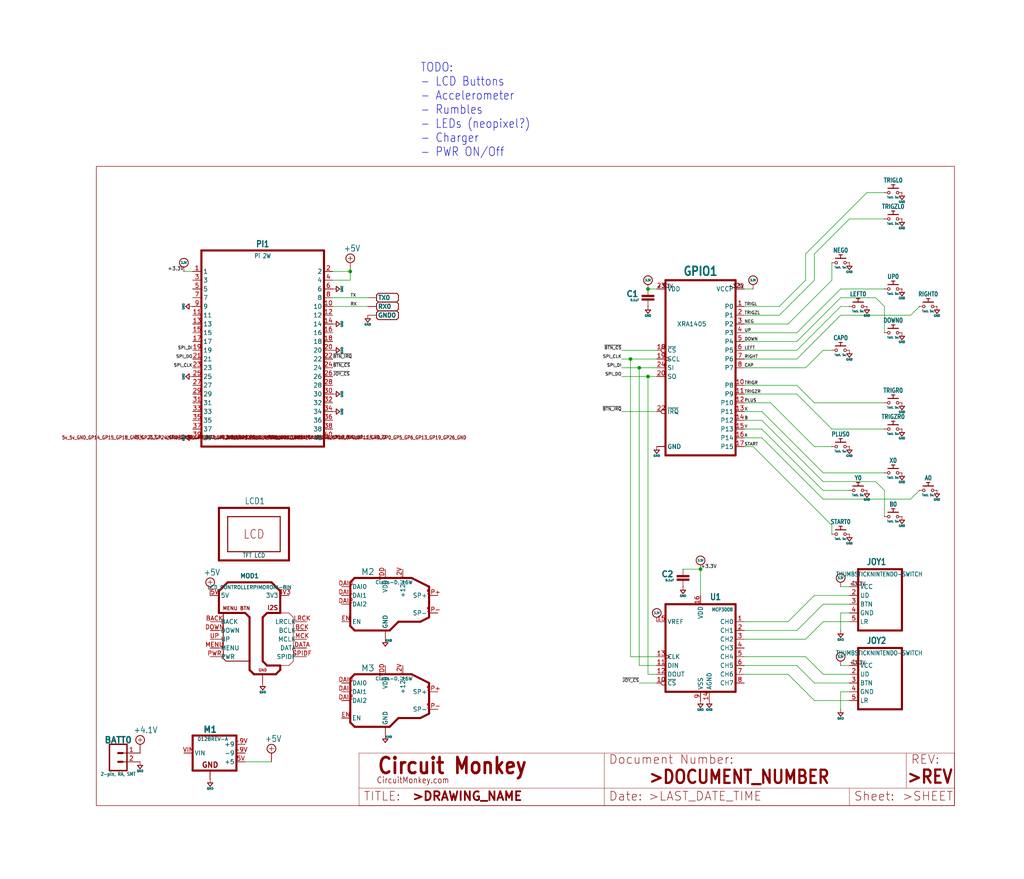
<source format=kicad_sch>
(kicad_sch (version 20211123) (generator eeschema)
  (paper "User" 297.028 254.94)
  (lib_symbols
    (symbol "umami-blade-eagle-import:+4.1V" (power)
      (property "Value" "+4.1V" (at -1.905 3.175 0))
      (symbol "+4.1V_1_0"
        (pin power_in line (at 0 -2.54 90) (length 2.54) (name "+4.1V") (number "1"))
      )
    )
    (symbol "umami-blade-eagle-import:+5V" (power)
      (property "Value" "+5V" (at -1.905 3.175 0))
      (symbol "+5V_1_0"
        (pin power_in line (at 0 -2.54 90) (length 2.54) (name "+5V") (number "1"))
      )
    )
    (symbol "umami-blade-eagle-import:0123REV-A"
      (property "Reference" "M" (at -3.048 8.382 0))
      (property "Value" "0123REV-A" (at 2.54 6.35 0))
      (symbol "0123REV-A_1_0"
        (pin bidirectional line (at 5.08 10.16 270) (length 2.54) (name "+12V") (number "12V"))
        (pin bidirectional line (at -12.7 5.08 0) (length 2.54) (name "DAI0") (number "DAI0"))
        (pin bidirectional line (at -12.7 2.54 0) (length 2.54) (name "DAI1") (number "DAI1"))
        (pin bidirectional line (at -12.7 0 0) (length 2.54) (name "DAI2") (number "DAI2"))
        (pin bidirectional line (at -12.7 -5.08 0) (length 2.54) (name "EN") (number "EN"))
        (pin bidirectional line (at 0 -10.16 90) (length 2.54) (name "GND") (number "GND"))
        (pin bidirectional line (at 0 -10.16 90) (length 2.54) (name "GND") (number "GND2"))
        (pin bidirectional line (at 15.24 2.54 180) (length 2.54) (name "SP+") (number "SP+"))
        (pin bidirectional line (at 15.24 -2.54 180) (length 2.54) (name "SP-") (number "SP-"))
        (pin bidirectional line (at 0 10.16 270) (length 2.54) (name "VDD") (number "VDD"))
      )
    )
    (symbol "umami-blade-eagle-import:0128REV-A"
      (property "Reference" "M" (at 0 9.398 0))
      (property "Value" "0128REV-A" (at 0.762 6.604 0))
      (symbol "0128REV-A_1_0"
        (text "GND" (at 0 -1.778 0) (effects (font (size 1.524 1.524) (thickness 0.3048) bold) (justify bottom)))
        (pin bidirectional line (at 10.16 5.08 180) (length 2.54) (name "+9") (number "+9V"))
        (pin bidirectional line (at 10.16 2.54 180) (length 2.54) (name "-9") (number "-9V"))
        (pin bidirectional line (at 10.16 0 180) (length 2.54) (name "+5") (number "5V"))
        (pin bidirectional line (at 0 -5.08 90) (length 2.54) (name "GND") (number "GNDI"))
        (pin bidirectional line (at 0 -5.08 90) (length 2.54) (name "GND") (number "GNDO"))
        (pin bidirectional line (at -7.62 2.54 0) (length 2.54) (name "VIN") (number "VIN"))
      )
    )
    (symbol "umami-blade-eagle-import:02PRA-SMT"
      (property "Reference" "J" (at 1.27 3.81 0))
      (property "Value" "02PRA-SMT" (at 1.27 -6.096 0))
      (symbol "02PRA-SMT_1_0"
        (pin passive line (at 7.62 0 180) (length 5.08) (name "1") (number "1"))
        (pin passive line (at 7.62 -2.54 180) (length 5.08) (name "2") (number "2"))
      )
    )
    (symbol "umami-blade-eagle-import:3.3V" (power)
      (property "Value" "3.3V" (at 0 2.54 0))
      (symbol "3.3V_1_0"
        (pin power_in line (at 0 0 90) (length 0) (name "+3.3V") (number "1"))
      )
    )
    (symbol "umami-blade-eagle-import:CAPACITOR0603"
      (property "Reference" "C" (at 2.54 0 0))
      (property "Value" "CAPACITOR0603" (at 2.54 -1.016 0))
      (symbol "CAPACITOR0603_1_0"
        (pin passive line (at 0 2.54 0) (length 0) (name "1") (number "1"))
        (pin passive line (at 0 -2.54 0) (length 0) (name "2") (number "2"))
      )
    )
    (symbol "umami-blade-eagle-import:GND" (power)
      (property "Value" "GND" (at 0 -2.667 0))
      (symbol "GND_1_0"
        (pin power_in line (at 0 0 270) (length 0) (name "GND") (number "1"))
      )
    )
    (symbol "umami-blade-eagle-import:LCD_CONTROLLERPIMORONI-8IN"
      (property "Reference" "MOD" (at -1.27 7.366 0))
      (property "Value" "LCD_CONTROLLERPIMORONI-8IN" (at -1.27 4.318 0))
      (symbol "LCD_CONTROLLERPIMORONI-8IN_1_0"
        (text "GND" (at 2.54 -19.558 0) (effects (font (size 0.762 0.762) (thickness 0.1524) bold) (justify bottom)))
        (text "I2S" (at 7.112 -1.778 0) (effects (font (size 1.27 1.27) (thickness 0.254) bold) (justify right bottom)))
        (text "MENU BTN" (at -5.08 -1.778 0) (effects (font (size 1.016 1.016) (thickness 0.2032) bold) (justify bottom)))
        (pin output line (at 10.16 2.54 180) (length 2.54) (name "3V3") (number "3V3"))
        (pin power_in line (at -12.7 2.54 0) (length 2.54) (name "5V") (number "5V"))
        (pin input line (at -12.7 -5.08 0) (length 2.54) (name "BACK") (number "BACK"))
        (pin output line (at 15.24 -7.62 180) (length 2.54) (name "BCLK") (number "BCK"))
        (pin output line (at 15.24 -12.7 180) (length 2.54) (name "DATA") (number "DATA"))
        (pin input line (at -12.7 -7.62 0) (length 2.54) (name "DOWN") (number "DOWN"))
        (pin bidirectional line (at 2.54 -22.86 90) (length 2.54) (name "GND") (number "GND@I2S"))
        (pin bidirectional line (at 2.54 -22.86 90) (length 2.54) (name "GND") (number "GND@MENU"))
        (pin output line (at 15.24 -5.08 180) (length 2.54) (name "LRCLK") (number "LRCK"))
        (pin output line (at 15.24 -10.16 180) (length 2.54) (name "MCLK") (number "MCK"))
        (pin input line (at -12.7 -12.7 0) (length 2.54) (name "MENU") (number "MENU"))
        (pin input line (at -12.7 -15.24 0) (length 2.54) (name "PWR") (number "PWR"))
        (pin output line (at 15.24 -15.24 180) (length 2.54) (name "SPIDF") (number "SPIDF"))
        (pin input line (at -12.7 -10.16 0) (length 2.54) (name "UP") (number "UP"))
      )
    )
    (symbol "umami-blade-eagle-import:LCD_MOCKUPPIM372"
      (property "Reference" "LCD" (at 0.254 8.636 0))
      (property "Value" "LCD_MOCKUPPIM372" (at 0 -6.858 0))
      (symbol "LCD_MOCKUPPIM372_1_0"
        (text "LCD" (at 0 0 0) (effects (font (size 2.54 2.159))))
      )
    )
    (symbol "umami-blade-eagle-import:LETTER_L-CIRCUITMONKEY"
      (symbol "LETTER_L-CIRCUITMONKEY_2_0"
        (text ">DOCUMENT_NUMBER" (at 12.7 6.096 0) (effects (font (size 3.81 3.2385) (thickness 0.6477) bold) (justify left bottom)))
        (text ">DRAWING_NAME" (at -55.88 1.27 0) (effects (font (size 2.54 2.54) (thickness 0.508) bold) (justify left bottom)))
        (text ">LAST_DATE_TIME" (at 12.7 1.27 0) (effects (font (size 2.54 2.54)) (justify left bottom)))
        (text ">REV" (at 94.488 8.382 0) (effects (font (size 3.81 3.2385) (thickness 0.6477) bold)))
        (text ">SHEET" (at 86.36 1.27 0) (effects (font (size 2.54 2.54)) (justify left bottom)))
        (text "Circuit Monkey" (at -66.04 8.89 0) (effects (font (size 4.572 3.8862) (thickness 0.7772) bold) (justify left bottom)))
        (text "CircuitMonkey.com" (at -66.04 6.35 0) (effects (font (size 1.778 1.5113)) (justify left bottom)))
        (text "Date:" (at 1.27 1.27 0) (effects (font (size 2.54 2.54)) (justify left bottom)))
        (text "Document Number:" (at 1.27 11.938 0) (effects (font (size 2.54 2.54)) (justify left bottom)))
        (text "REV:" (at 88.9 11.938 0) (effects (font (size 2.54 2.54)) (justify left bottom)))
        (text "Sheet:" (at 72.39 1.27 0) (effects (font (size 2.54 2.54)) (justify left bottom)))
        (text "TITLE:" (at -69.85 1.27 0) (effects (font (size 2.54 2.54)) (justify left bottom)))
      )
    )
    (symbol "umami-blade-eagle-import:MCP3008SO16"
      (property "Reference" "U" (at 2.54 13.716 0))
      (property "Value" "MCP3008SO16" (at -3.556 2.54 0))
      (symbol "MCP3008SO16_1_0"
        (pin input line (at 12.7 7.62 180) (length 2.54) (name "CH0") (number "1"))
        (pin input inverted (at -12.7 -10.16 0) (length 2.54) (name "~{CS}") (number "10"))
        (pin input line (at -12.7 -5.08 0) (length 2.54) (name "DIN") (number "11"))
        (pin output line (at -12.7 -7.62 0) (length 2.54) (name "DOUT") (number "12"))
        (pin bidirectional clock (at -12.7 -2.54 0) (length 2.54) (name "CLK") (number "13"))
        (pin bidirectional line (at 2.54 -15.24 90) (length 2.54) (name "AGND") (number "14"))
        (pin input line (at -12.7 7.62 0) (length 2.54) (name "VREF") (number "15"))
        (pin bidirectional line (at 0 15.24 270) (length 2.54) (name "VDD") (number "16"))
        (pin input line (at 12.7 5.08 180) (length 2.54) (name "CH1") (number "2"))
        (pin input line (at 12.7 2.54 180) (length 2.54) (name "CH2") (number "3"))
        (pin input line (at 12.7 0 180) (length 2.54) (name "CH3") (number "4"))
        (pin input line (at 12.7 -2.54 180) (length 2.54) (name "CH4") (number "5"))
        (pin input line (at 12.7 -5.08 180) (length 2.54) (name "CH5") (number "6"))
        (pin input line (at 12.7 -7.62 180) (length 2.54) (name "CH6") (number "7"))
        (pin input line (at 12.7 -10.16 180) (length 2.54) (name "CH7") (number "8"))
        (pin bidirectional line (at 0 -15.24 90) (length 2.54) (name "VSS") (number "9"))
      )
    )
    (symbol "umami-blade-eagle-import:PADSMD-050X050"
      (property "Reference" "PAD" (at -2.286 0 0))
      (symbol "PADSMD-050X050_1_0"
        (pin bidirectional line (at -5.08 0 0) (length 2.54) (name "PAD") (number "1"))
      )
    )
    (symbol "umami-blade-eagle-import:PUSHBTN-MOMB3FS"
      (property "Reference" "SW" (at 0 2.794 0))
      (property "Value" "PUSHBTN-MOMB3FS" (at 0 -1.016 0))
      (symbol "PUSHBTN-MOMB3FS_1_0"
        (pin passive line (at -2.54 0 0) (length 0) (name "1") (number "1"))
        (pin passive line (at -2.54 0 0) (length 0) (name "1") (number "2"))
        (pin passive line (at 2.54 0 180) (length 0) (name "2") (number "3"))
        (pin passive line (at 2.54 0 180) (length 0) (name "2") (number "4"))
      )
    )
    (symbol "umami-blade-eagle-import:RASPBERRY_PI-ZERO-2W"
      (property "Reference" "PI" (at 0 27.178 0))
      (property "Value" "RASPBERRY_PI-ZERO-2W" (at 0 24.13 0))
      (symbol "RASPBERRY_PI-ZERO-2W_1_0"
        (text "3v3_GP2_GP3_GP4_GND_GP17_GP27_GP22_3v3_GP10_GP9_GP11_GND_GP0_GP5_GP6_GP13_GP19_GP26_GND" (at -10.922 -28.448 0) (effects (font (size 1.016 0.8636) (thickness 0.1727) bold) (justify left bottom)))
        (text "5v_5v_GND_GP14_GP15_GP18_GND_GP23_GP24_GND_GP25_GP8_GP7_GP1_GND_GP12_GND_GP16_GP20_GP21" (at 11.938 -28.448 0) (effects (font (size 1.016 0.8636) (thickness 0.1727) bold) (justify right bottom)))
        (text "BCM_ _ _ _14_15_18_ _23_24_ _25_8_7_1__12__16_20_21 " (at 1.524 -28.194 0) (effects (font (size 0.9144 0.7772) (thickness 0.1554) bold) (justify left bottom)))
        (text "BCM_ _2_3_4_ _ 17_ 27_ 22_ _10_9_11_ _0_5_6_13_19_26_ " (at -1.016 -28.194 0) (effects (font (size 0.9144 0.7772) (thickness 0.1554) bold) (justify right bottom)))
        (text "I2C1.SDA_I2C1.SCL_GPCLK0_ _ _ _ _ _SPI0.DI_SPI0.DO_SPI0.CLK_ _I2C0.SDA_ _ _PWM1_PCM.FS_ _ " (at -5.08 -28.194 0) (effects (font (size 0.7239 0.6153)) (justify bottom)))
        (text "UART.TX_UART.RX_PCM.CLK_ _ _ _ _ _SPI0.CE0_SPI0.CE1_I2C0.SCL_ _PWM0_ _ _PCM.DIN_PCM.DOUT" (at 5.842 -28.194 0) (effects (font (size 0.7239 0.6153)) (justify bottom)))
        (pin bidirectional line (at -20.32 20.32 0) (length 2.54) (name "1") (number "1"))
        (pin bidirectional line (at 20.32 10.16 180) (length 2.54) (name "10") (number "10"))
        (pin bidirectional line (at -20.32 7.62 0) (length 2.54) (name "11") (number "11"))
        (pin bidirectional line (at 20.32 7.62 180) (length 2.54) (name "12") (number "12"))
        (pin bidirectional line (at -20.32 5.08 0) (length 2.54) (name "13") (number "13"))
        (pin bidirectional line (at 20.32 5.08 180) (length 2.54) (name "14") (number "14"))
        (pin bidirectional line (at -20.32 2.54 0) (length 2.54) (name "15") (number "15"))
        (pin bidirectional line (at 20.32 2.54 180) (length 2.54) (name "16") (number "16"))
        (pin bidirectional line (at -20.32 0 0) (length 2.54) (name "17") (number "17"))
        (pin bidirectional line (at 20.32 0 180) (length 2.54) (name "18") (number "18"))
        (pin bidirectional line (at -20.32 -2.54 0) (length 2.54) (name "19") (number "19"))
        (pin bidirectional line (at 20.32 20.32 180) (length 2.54) (name "2") (number "2"))
        (pin bidirectional line (at 20.32 -2.54 180) (length 2.54) (name "20") (number "20"))
        (pin bidirectional line (at -20.32 -5.08 0) (length 2.54) (name "21") (number "21"))
        (pin bidirectional line (at 20.32 -5.08 180) (length 2.54) (name "22") (number "22"))
        (pin bidirectional line (at -20.32 -7.62 0) (length 2.54) (name "23") (number "23"))
        (pin bidirectional line (at 20.32 -7.62 180) (length 2.54) (name "24") (number "24"))
        (pin bidirectional line (at -20.32 -10.16 0) (length 2.54) (name "25") (number "25"))
        (pin bidirectional line (at 20.32 -10.16 180) (length 2.54) (name "26") (number "26"))
        (pin bidirectional line (at -20.32 -12.7 0) (length 2.54) (name "27") (number "27"))
        (pin bidirectional line (at 20.32 -12.7 180) (length 2.54) (name "28") (number "28"))
        (pin bidirectional line (at -20.32 -15.24 0) (length 2.54) (name "29") (number "29"))
        (pin bidirectional line (at -20.32 17.78 0) (length 2.54) (name "3") (number "3"))
        (pin bidirectional line (at 20.32 -15.24 180) (length 2.54) (name "30") (number "30"))
        (pin bidirectional line (at -20.32 -17.78 0) (length 2.54) (name "31") (number "31"))
        (pin bidirectional line (at 20.32 -17.78 180) (length 2.54) (name "32") (number "32"))
        (pin bidirectional line (at -20.32 -20.32 0) (length 2.54) (name "33") (number "33"))
        (pin bidirectional line (at 20.32 -20.32 180) (length 2.54) (name "34") (number "34"))
        (pin bidirectional line (at -20.32 -22.86 0) (length 2.54) (name "35") (number "35"))
        (pin bidirectional line (at 20.32 -22.86 180) (length 2.54) (name "36") (number "36"))
        (pin bidirectional line (at -20.32 -25.4 0) (length 2.54) (name "37") (number "37"))
        (pin bidirectional line (at 20.32 -25.4 180) (length 2.54) (name "38") (number "38"))
        (pin bidirectional line (at -20.32 -27.94 0) (length 2.54) (name "39") (number "39"))
        (pin bidirectional line (at 20.32 17.78 180) (length 2.54) (name "4") (number "4"))
        (pin bidirectional line (at 20.32 -27.94 180) (length 2.54) (name "40") (number "40"))
        (pin bidirectional line (at -20.32 15.24 0) (length 2.54) (name "5") (number "5"))
        (pin bidirectional line (at 20.32 15.24 180) (length 2.54) (name "6") (number "6"))
        (pin bidirectional line (at -20.32 12.7 0) (length 2.54) (name "7") (number "7"))
        (pin bidirectional line (at 20.32 12.7 180) (length 2.54) (name "8") (number "8"))
        (pin bidirectional line (at -20.32 10.16 0) (length 2.54) (name "9") (number "9"))
      )
    )
    (symbol "umami-blade-eagle-import:THUMBSTICKNINTENDO-SWITCH"
      (property "Reference" "JOY" (at -2.286 8.636 0))
      (property "Value" "THUMBSTICKNINTENDO-SWITCH" (at -1.524 6.858 0))
      (symbol "THUMBSTICKNINTENDO-SWITCH_1_0"
        (pin bidirectional line (at -10.16 2.54 0) (length 2.54) (name "VCC") (number "1"))
        (pin bidirectional line (at -10.16 0 0) (length 2.54) (name "UD") (number "2"))
        (pin bidirectional line (at -10.16 -2.54 0) (length 2.54) (name "BTN") (number "3"))
        (pin bidirectional line (at -10.16 -5.08 0) (length 2.54) (name "GND") (number "4"))
        (pin bidirectional line (at -10.16 -7.62 0) (length 2.54) (name "LR") (number "5"))
      )
    )
    (symbol "umami-blade-eagle-import:XRA1405IL24"
      (property "Reference" "GPIO" (at 0 28.956 0))
      (property "Value" "XRA1405IL24" (at -2.54 15.24 0))
      (symbol "XRA1405IL24_1_0"
        (pin bidirectional line (at 12.7 20.32 180) (length 2.54) (name "P0") (number "1"))
        (pin bidirectional line (at 12.7 -2.54 180) (length 2.54) (name "P8") (number "10"))
        (pin bidirectional line (at 12.7 -5.08 180) (length 2.54) (name "P9") (number "11"))
        (pin bidirectional line (at 12.7 -7.62 180) (length 2.54) (name "P10") (number "12"))
        (pin bidirectional line (at 12.7 -10.16 180) (length 2.54) (name "P11") (number "13"))
        (pin bidirectional line (at 12.7 -12.7 180) (length 2.54) (name "P12") (number "14"))
        (pin bidirectional line (at 12.7 -15.24 180) (length 2.54) (name "P13") (number "15"))
        (pin bidirectional line (at 12.7 -17.78 180) (length 2.54) (name "P14") (number "16"))
        (pin bidirectional line (at 12.7 -20.32 180) (length 2.54) (name "P15") (number "17"))
        (pin input inverted (at -12.7 7.62 0) (length 2.54) (name "~{CS}") (number "18"))
        (pin input clock (at -12.7 5.08 0) (length 2.54) (name "SCL") (number "19"))
        (pin bidirectional line (at 12.7 17.78 180) (length 2.54) (name "P1") (number "2"))
        (pin output line (at -12.7 0 0) (length 2.54) (name "SO") (number "20"))
        (pin power_in line (at 12.7 25.4 180) (length 2.54) (name "VCCP") (number "21"))
        (pin output inverted (at -12.7 -10.16 0) (length 2.54) (name "~{IRQ}") (number "22"))
        (pin power_in line (at -12.7 25.4 0) (length 2.54) (name "VDD") (number "23"))
        (pin input line (at -12.7 2.54 0) (length 2.54) (name "SI") (number "24"))
        (pin bidirectional line (at 12.7 15.24 180) (length 2.54) (name "P2") (number "3"))
        (pin bidirectional line (at 12.7 12.7 180) (length 2.54) (name "P3") (number "4"))
        (pin bidirectional line (at 12.7 10.16 180) (length 2.54) (name "P4") (number "5"))
        (pin bidirectional line (at 12.7 7.62 180) (length 2.54) (name "P5") (number "6"))
        (pin bidirectional line (at 12.7 5.08 180) (length 2.54) (name "P6") (number "7"))
        (pin bidirectional line (at 12.7 2.54 180) (length 2.54) (name "P7") (number "8"))
        (pin power_in line (at -12.7 -20.32 0) (length 2.54) (name "GND") (number "9"))
        (pin power_in line (at -12.7 -20.32 0) (length 2.54) (name "GND") (number "PAD"))
      )
    )
  )
  (junction (at 182.88 104.14))
  (junction (at 185.42 106.68))
  (junction (at 203.2 165.1))
  (junction (at 187.96 83.82))
  (junction (at 101.6 78.74))
  (junction (at 187.96 109.22))
  (wire (pts (xy 220.98 124.46) (xy 238.76 142.24)))
  (wire (pts (xy 215.9 106.68) (xy 233.68 106.68)))
  (wire (pts (xy 215.9 99.06) (xy 231.14 99.06)))
  (wire (pts (xy 190.5 198.12) (xy 185.42 198.12)))
  (wire (pts (xy 246.38 63.5) (xy 256.54 63.5)))
  (wire (pts (xy 101.6 81.28) (xy 101.6 78.74)))
  (wire (pts (xy 264.16 91.44) (xy 266.7 88.9)))
  (wire (pts (xy 236.22 81.28) (xy 236.22 73.66)))
  (wire (pts (xy 215.9 129.54) (xy 218.44 129.54)))
  (wire (pts (xy 203.2 165.1) (xy 203.2 172.72)))
  (wire (pts (xy 231.14 193.04) (xy 215.9 193.04)))
  (wire (pts (xy 182.88 104.14) (xy 190.5 104.14)))
  (wire (pts (xy 215.9 121.92) (xy 220.98 121.92)))
  (wire (pts (xy 238.76 137.16) (xy 256.54 137.16)))
  (wire (pts (xy 190.5 190.5) (xy 182.88 190.5)))
  (wire (pts (xy 215.9 93.98) (xy 228.6 93.98)))
  (wire (pts (xy 215.9 116.84) (xy 223.52 116.84)))
  (wire (pts (xy 53.34 78.74) (xy 55.88 78.74)))
  (wire (pts (xy 182.88 104.14) (xy 180.34 104.14)))
  (wire (pts (xy 228.6 93.98) (xy 241.3 81.28)))
  (wire (pts (xy 215.9 124.46) (xy 220.98 124.46)))
  (wire (pts (xy 220.98 127) (xy 238.76 144.78)))
  (wire (pts (xy 246.38 170.18) (xy 243.84 170.18)))
  (wire (pts (xy 243.84 200.66) (xy 243.84 205.74)))
  (wire (pts (xy 238.76 144.78) (xy 264.16 144.78)))
  (wire (pts (xy 187.96 195.58) (xy 190.5 195.58)))
  (wire (pts (xy 185.42 193.04) (xy 185.42 106.68)))
  (wire (pts (xy 223.52 116.84) (xy 236.22 129.54)))
  (wire (pts (xy 228.6 195.58) (xy 215.9 195.58)))
  (wire (pts (xy 243.84 91.44) (xy 264.16 91.44)))
  (wire (pts (xy 251.46 55.88) (xy 256.54 55.88)))
  (wire (pts (xy 190.5 109.22) (xy 187.96 109.22)))
  (wire (pts (xy 106.68 86.36) (xy 96.52 86.36)))
  (wire (pts (xy 238.76 195.58) (xy 246.38 195.58)))
  (wire (pts (xy 185.42 106.68) (xy 180.34 106.68)))
  (wire (pts (xy 241.3 152.4) (xy 241.3 154.94)))
  (wire (pts (xy 185.42 106.68) (xy 190.5 106.68)))
  (wire (pts (xy 226.06 88.9) (xy 233.68 81.28)))
  (wire (pts (xy 215.9 182.88) (xy 231.14 182.88)))
  (wire (pts (xy 96.52 81.28) (xy 101.6 81.28)))
  (wire (pts (xy 215.9 185.42) (xy 233.68 185.42)))
  (wire (pts (xy 238.76 101.6) (xy 241.3 101.6)))
  (wire (pts (xy 231.14 96.52) (xy 243.84 83.82)))
  (wire (pts (xy 264.16 144.78) (xy 266.7 142.24)))
  (wire (pts (xy 236.22 198.12) (xy 231.14 193.04)))
  (wire (pts (xy 190.5 119.38) (xy 180.34 119.38)))
  (wire (pts (xy 233.68 190.5) (xy 215.9 190.5)))
  (wire (pts (xy 231.14 182.88) (xy 238.76 175.26)))
  (wire (pts (xy 101.6 78.74) (xy 96.52 78.74)))
  (wire (pts (xy 218.44 129.54) (xy 241.3 152.4)))
  (wire (pts (xy 256.54 88.9) (xy 256.54 96.52)))
  (wire (pts (xy 215.9 119.38) (xy 220.98 119.38)))
  (wire (pts (xy 238.76 142.24) (xy 246.38 142.24)))
  (wire (pts (xy 246.38 177.8) (xy 243.84 177.8)))
  (wire (pts (xy 233.68 81.28) (xy 233.68 73.66)))
  (wire (pts (xy 231.14 114.3) (xy 241.3 124.46)))
  (wire (pts (xy 243.84 86.36) (xy 254 86.36)))
  (wire (pts (xy 215.9 104.14) (xy 231.14 104.14)))
  (wire (pts (xy 236.22 203.2) (xy 228.6 195.58)))
  (wire (pts (xy 226.06 91.44) (xy 236.22 81.28)))
  (wire (pts (xy 233.68 106.68) (xy 238.76 101.6)))
  (wire (pts (xy 236.22 129.54) (xy 241.3 129.54)))
  (wire (pts (xy 215.9 91.44) (xy 226.06 91.44)))
  (wire (pts (xy 236.22 116.84) (xy 256.54 116.84)))
  (wire (pts (xy 203.2 165.1) (xy 198.12 165.1)))
  (wire (pts (xy 215.9 96.52) (xy 231.14 96.52)))
  (wire (pts (xy 215.9 111.76) (xy 231.14 111.76)))
  (wire (pts (xy 243.84 88.9) (xy 246.38 88.9)))
  (wire (pts (xy 220.98 121.92) (xy 238.76 139.7)))
  (wire (pts (xy 238.76 195.58) (xy 233.68 190.5)))
  (wire (pts (xy 106.68 88.9) (xy 96.52 88.9)))
  (wire (pts (xy 190.5 83.82) (xy 187.96 83.82)))
  (wire (pts (xy 215.9 127) (xy 220.98 127)))
  (wire (pts (xy 238.76 180.34) (xy 246.38 180.34)))
  (wire (pts (xy 220.98 119.38) (xy 238.76 137.16)))
  (wire (pts (xy 243.84 83.82) (xy 256.54 83.82)))
  (wire (pts (xy 231.14 99.06) (xy 243.84 86.36)))
  (wire (pts (xy 187.96 109.22) (xy 180.34 109.22)))
  (wire (pts (xy 238.76 139.7) (xy 254 139.7)))
  (wire (pts (xy 254 139.7) (xy 256.54 142.24)))
  (wire (pts (xy 215.9 114.3) (xy 231.14 114.3)))
  (wire (pts (xy 236.22 172.72) (xy 228.6 180.34)))
  (wire (pts (xy 71.12 220.98) (xy 78.74 220.98)))
  (wire (pts (xy 228.6 180.34) (xy 215.9 180.34)))
  (wire (pts (xy 233.68 73.66) (xy 251.46 55.88)))
  (wire (pts (xy 246.38 175.26) (xy 238.76 175.26)))
  (wire (pts (xy 190.5 193.04) (xy 185.42 193.04)))
  (wire (pts (xy 246.38 203.2) (xy 236.22 203.2)))
  (wire (pts (xy 187.96 109.22) (xy 187.96 195.58)))
  (wire (pts (xy 215.9 101.6) (xy 231.14 101.6)))
  (wire (pts (xy 190.5 101.6) (xy 180.34 101.6)))
  (wire (pts (xy 215.9 88.9) (xy 226.06 88.9)))
  (wire (pts (xy 241.3 124.46) (xy 256.54 124.46)))
  (wire (pts (xy 231.14 111.76) (xy 236.22 116.84)))
  (wire (pts (xy 246.38 198.12) (xy 236.22 198.12)))
  (wire (pts (xy 246.38 193.04) (xy 243.84 193.04)))
  (wire (pts (xy 215.9 83.82) (xy 218.44 83.82)))
  (wire (pts (xy 182.88 190.5) (xy 182.88 104.14)))
  (wire (pts (xy 256.54 142.24) (xy 256.54 149.86)))
  (wire (pts (xy 246.38 200.66) (xy 243.84 200.66)))
  (wire (pts (xy 233.68 185.42) (xy 238.76 180.34)))
  (wire (pts (xy 246.38 172.72) (xy 236.22 172.72)))
  (wire (pts (xy 254 86.36) (xy 256.54 88.9)))
  (wire (pts (xy 231.14 101.6) (xy 243.84 88.9)))
  (wire (pts (xy 241.3 81.28) (xy 241.3 76.2)))
  (wire (pts (xy 243.84 177.8) (xy 243.84 182.88)))
  (wire (pts (xy 236.22 73.66) (xy 246.38 63.5)))
  (wire (pts (xy 231.14 104.14) (xy 243.84 91.44)))
  (text "TODO:\n- LCD Buttons\n- Accelerometer\n- Rumbles\n- LEDs (neopixel?)\n- Charger\n- PWR ON/Off" (at 121.92 45.72 180) (effects (font (size 2.54 2.159)) (justify left bottom)))
  (label "~{BTN_IRQ}" (at 180.34 119.38 180) (effects (font (size 0.889 0.889))))
  (label "+3.3V" (at 53.34 78.74 180) (effects (font (size 1.016 1.016))))
  (label "A" (at 215.9 127 0) (effects (font (size 0.889 0.889))))
  (label "SPI_DI" (at 55.88 101.6 180) (effects (font (size 0.889 0.889))))
  (label "+3.3V" (at 203.2 165.1 0) (effects (font (size 1.016 1.016))))
  (label "~{BTN_CS}" (at 96.52 106.68 0) (effects (font (size 0.889 0.889))))
  (label "RX" (at 101.6 88.9 0) (effects (font (size 0.889 0.889))))
  (label "DOWN" (at 215.9 99.06 0) (effects (font (size 0.889 0.889))))
  (label "UP" (at 215.9 96.52 0) (effects (font (size 0.889 0.889))))
  (label "PLUS" (at 215.9 116.84 0) (effects (font (size 0.889 0.889))))
  (label "TRIGZR" (at 215.9 114.3 0) (effects (font (size 0.889 0.889))))
  (label "Y" (at 215.9 124.46 0) (effects (font (size 0.889 0.889))))
  (label "SPI_CLK" (at 55.88 106.68 180) (effects (font (size 0.889 0.889))))
  (label "SPI_DO" (at 55.88 104.14 180) (effects (font (size 0.889 0.889))))
  (label "SPI_DI" (at 180.34 106.68 180) (effects (font (size 0.889 0.889))))
  (label "+3.3V" (at 246.38 170.18 0) (effects (font (size 1.016 1.016))))
  (label "TRIGZL" (at 215.9 91.44 0) (effects (font (size 0.889 0.889))))
  (label "B" (at 215.9 121.92 0) (effects (font (size 0.889 0.889))))
  (label "TRIGR" (at 215.9 111.76 0) (effects (font (size 0.889 0.889))))
  (label "SPI_DO" (at 180.34 109.22 180) (effects (font (size 0.889 0.889))))
  (label "NEG" (at 215.9 93.98 0) (effects (font (size 0.889 0.889))))
  (label "+3.3V" (at 190.5 83.82 0) (effects (font (size 1.016 1.016))))
  (label "~{JOY_CS}" (at 96.52 109.22 0) (effects (font (size 0.889 0.889))))
  (label "~{BTN_IRQ}" (at 96.52 104.14 0) (effects (font (size 0.889 0.889))))
  (label "START" (at 215.9 129.54 0) (effects (font (size 0.889 0.889))))
  (label "TX" (at 101.6 86.36 0) (effects (font (size 0.889 0.889))))
  (label "TRIGL" (at 215.9 88.9 0) (effects (font (size 0.889 0.889))))
  (label "SPI_CLK" (at 180.34 104.14 180) (effects (font (size 0.889 0.889))))
  (label "X" (at 215.9 119.38 0) (effects (font (size 0.889 0.889))))
  (label "~{BTN_CS}" (at 180.34 101.6 180) (effects (font (size 0.889 0.889))))
  (label "RIGHT" (at 215.9 104.14 0) (effects (font (size 0.889 0.889))))
  (label "+3.3V" (at 246.38 193.04 0) (effects (font (size 1.016 1.016))))
  (label "~{JOY_CS}" (at 185.42 198.12 180) (effects (font (size 0.889 0.889))))
  (label "CAP" (at 215.9 106.68 0) (effects (font (size 0.889 0.889))))
  (label "LEFT" (at 215.9 101.6 0) (effects (font (size 0.889 0.889))))
  (label "+3.3V" (at 215.9 83.82 180) (effects (font (size 1.016 1.016))))
  (symbol (lib_id "umami-blade-eagle-import:GND") (at 243.84 205.74 0) (unit 1)
    (property "Reference" "#SUPPLY022" (effects hide))
    (property "Value" "GND" (at 243.84 208.407 0) (effects (font (size 0.6096 0.6096))))
    (property "Footprint" "umami-blade:" (effects hide))
  )
  (symbol (lib_id "umami-blade-eagle-import:GND") (at 246.38 129.54 0) (unit 1)
    (property "Reference" "#SUPPLY013" (effects hide))
    (property "Value" "GND" (at 246.38 132.207 0) (effects (font (size 0.6096 0.6096))))
    (property "Footprint" "umami-blade:" (effects hide))
  )
  (symbol (lib_id "umami-blade-eagle-import:GND") (at 60.96 226.06 0) (unit 1)
    (property "Reference" "#SUPPLY043" (effects hide))
    (property "Value" "GND" (at 60.96 228.727 0) (effects (font (size 0.6096 0.6096))))
    (property "Footprint" "umami-blade:" (effects hide))
  )
  (symbol (lib_id "umami-blade-eagle-import:+5V") (at 101.6 76.2 0) (unit 1)
    (property "Reference" "#SUPPLY042" (effects hide))
    (property "Value" "+5V" (at 99.695 73.025 0) (effects (font (size 1.778 1.5113)) (justify left bottom)))
    (property "Footprint" "umami-blade:" (effects hide))
  )
  (symbol (lib_id "umami-blade-eagle-import:RASPBERRY_PI-ZERO-2W") (at 76.2 99.06 0) (unit 1)
    (property "Reference" "PI1" (at 76.2 71.882 0) (effects (font (size 1.778 1.5113) bold) (justify bottom)))
    (property "Value" "Pi 2W" (at 76.2 74.93 0) (effects (font (size 1.27 1.0795)) (justify bottom)))
    (property "Footprint" "umami-blade:PI-ZERO-2W" (effects hide))
  )
  (symbol (lib_id "umami-blade-eagle-import:GND") (at 261.62 96.52 0) (unit 1)
    (property "Reference" "#SUPPLY09" (effects hide))
    (property "Value" "GND" (at 261.62 99.187 0) (effects (font (size 0.6096 0.6096))))
    (property "Footprint" "umami-blade:" (effects hide))
  )
  (symbol (lib_id "umami-blade-eagle-import:PUSHBTN-MOMB3FS") (at 259.08 149.86 0) (unit 1)
    (property "Reference" "B0" (at 259.08 147.066 0) (effects (font (size 1.27 1.0795) bold) (justify bottom)))
    (property "Value" "Tact. Sw." (at 259.08 150.876 0) (effects (font (size 0.6096 0.5181)) (justify top)))
    (property "Footprint" "umami-blade:B3FS" (effects hide))
  )
  (symbol (lib_id "umami-blade-eagle-import:GND") (at 96.52 101.6 90) (unit 1)
    (property "Reference" "#SUPPLY036" (effects hide))
    (property "Value" "GND" (at 99.187 101.6 0) (effects (font (size 0.6096 0.6096))))
    (property "Footprint" "umami-blade:" (effects hide))
  )
  (symbol (lib_id "umami-blade-eagle-import:GND") (at 205.74 203.2 0) (unit 1)
    (property "Reference" "#SUPPLY027" (effects hide))
    (property "Value" "GND" (at 205.74 205.867 0) (effects (font (size 0.6096 0.6096))))
    (property "Footprint" "umami-blade:" (effects hide))
  )
  (symbol (lib_id "umami-blade-eagle-import:GND") (at 203.2 203.2 0) (unit 1)
    (property "Reference" "#SUPPLY028" (effects hide))
    (property "Value" "GND" (at 203.2 205.867 0) (effects (font (size 0.6096 0.6096))))
    (property "Footprint" "umami-blade:" (effects hide))
  )
  (symbol (lib_id "umami-blade-eagle-import:02PRA-SMT") (at 33.02 218.44 0) (unit 1)
    (property "Reference" "BATT0" (at 34.29 214.63 0) (effects (font (size 1.778 1.778) bold)))
    (property "Value" "2-pin, RA, SMT" (at 34.29 224.536 0) (effects (font (size 1.016 0.8636))))
    (property "Footprint" "umami-blade:S2B-PH-SM4-" (effects hide))
  )
  (symbol (lib_id "umami-blade-eagle-import:GND") (at 96.52 93.98 90) (unit 1)
    (property "Reference" "#SUPPLY037" (effects hide))
    (property "Value" "GND" (at 99.187 93.98 0) (effects (font (size 0.6096 0.6096))))
    (property "Footprint" "umami-blade:" (effects hide))
  )
  (symbol (lib_id "umami-blade-eagle-import:+4.1V") (at 40.64 215.9 0) (unit 1)
    (property "Reference" "#SUPPLY029" (effects hide))
    (property "Value" "+4.1V" (at 38.735 212.725 0) (effects (font (size 1.778 1.5113)) (justify left bottom)))
    (property "Footprint" "umami-blade:" (effects hide))
  )
  (symbol (lib_id "umami-blade-eagle-import:PUSHBTN-MOMB3FS") (at 259.08 137.16 0) (unit 1)
    (property "Reference" "X0" (at 259.08 134.366 0) (effects (font (size 1.27 1.0795) bold) (justify bottom)))
    (property "Value" "Tact. Sw." (at 259.08 138.176 0) (effects (font (size 0.6096 0.5181)) (justify top)))
    (property "Footprint" "umami-blade:B3FS" (effects hide))
  )
  (symbol (lib_id "umami-blade-eagle-import:GND") (at 40.64 220.98 0) (unit 1)
    (property "Reference" "#SUPPLY031" (effects hide))
    (property "Value" "GND" (at 40.64 223.647 0) (effects (font (size 0.6096 0.6096))))
    (property "Footprint" "umami-blade:" (effects hide))
  )
  (symbol (lib_id "umami-blade-eagle-import:0123REV-A") (at 111.76 175.26 0) (unit 1)
    (property "Reference" "M2" (at 108.712 166.878 0) (effects (font (size 1.778 1.778)) (justify right bottom)))
    (property "Value" "Class-D, 16W" (at 114.3 168.91 0) (effects (font (size 1.016 1.016))))
    (property "Footprint" "umami-blade:0123A" (effects hide))
  )
  (symbol (lib_id "umami-blade-eagle-import:LETTER_L-CIRCUITMONKEY") (at 27.94 233.68 0) (unit 1)
    (property "Reference" "#U$1" (effects hide))
    (property "Value" "LETTER_L-CIRCUITMONKEY" (effects hide))
    (property "Footprint" "umami-blade:" (effects hide))
  )
  (symbol (lib_id "umami-blade-eagle-import:PADSMD-050X050") (at 111.76 86.36 0) (unit 1)
    (property "Reference" "TX0" (at 109.474 86.36 0) (effects (font bold) (justify left)))
    (property "Value" "PADSMD-050X050" (effects hide))
    (property "Footprint" "umami-blade:SMD-050X050" (effects hide))
  )
  (symbol (lib_id "umami-blade-eagle-import:PUSHBTN-MOMB3FS") (at 269.24 142.24 0) (unit 1)
    (property "Reference" "A0" (at 269.24 139.446 0) (effects (font (size 1.27 1.0795) bold) (justify bottom)))
    (property "Value" "Tact. Sw." (at 269.24 143.256 0) (effects (font (size 0.6096 0.5181)) (justify top)))
    (property "Footprint" "umami-blade:B3FS" (effects hide))
  )
  (symbol (lib_id "umami-blade-eagle-import:GND") (at 261.62 116.84 0) (unit 1)
    (property "Reference" "#SUPPLY011" (effects hide))
    (property "Value" "GND" (at 261.62 119.507 0) (effects (font (size 0.6096 0.6096))))
    (property "Footprint" "umami-blade:" (effects hide))
  )
  (symbol (lib_id "umami-blade-eagle-import:PUSHBTN-MOMB3FS") (at 259.08 83.82 0) (unit 1)
    (property "Reference" "UP0" (at 259.08 81.026 0) (effects (font (size 1.27 1.0795) bold) (justify bottom)))
    (property "Value" "Tact. Sw." (at 259.08 84.836 0) (effects (font (size 0.6096 0.5181)) (justify top)))
    (property "Footprint" "umami-blade:B3FS" (effects hide))
  )
  (symbol (lib_id "umami-blade-eagle-import:GND") (at 198.12 170.18 0) (unit 1)
    (property "Reference" "#SUPPLY046" (effects hide))
    (property "Value" "GND" (at 198.12 172.847 0) (effects (font (size 0.6096 0.6096))))
    (property "Footprint" "umami-blade:" (effects hide))
  )
  (symbol (lib_id "umami-blade-eagle-import:GND") (at 246.38 101.6 0) (unit 1)
    (property "Reference" "#SUPPLY010" (effects hide))
    (property "Value" "GND" (at 246.38 104.267 0) (effects (font (size 0.6096 0.6096))))
    (property "Footprint" "umami-blade:" (effects hide))
  )
  (symbol (lib_id "umami-blade-eagle-import:GND") (at 55.88 88.9 270) (unit 1)
    (property "Reference" "#SUPPLY034" (effects hide))
    (property "Value" "GND" (at 53.213 88.9 0) (effects (font (size 0.6096 0.6096))))
    (property "Footprint" "umami-blade:" (effects hide))
  )
  (symbol (lib_id "umami-blade-eagle-import:GND") (at 246.38 154.94 0) (unit 1)
    (property "Reference" "#SUPPLY018" (effects hide))
    (property "Value" "GND" (at 246.38 157.607 0) (effects (font (size 0.6096 0.6096))))
    (property "Footprint" "umami-blade:" (effects hide))
  )
  (symbol (lib_id "umami-blade-eagle-import:PUSHBTN-MOMB3FS") (at 243.84 154.94 0) (unit 1)
    (property "Reference" "START0" (at 243.84 152.146 0) (effects (font (size 1.27 1.0795) bold) (justify bottom)))
    (property "Value" "Tact. Sw." (at 243.84 155.956 0) (effects (font (size 0.6096 0.5181)) (justify top)))
    (property "Footprint" "umami-blade:B3FS" (effects hide))
  )
  (symbol (lib_id "umami-blade-eagle-import:GND") (at 96.52 83.82 90) (unit 1)
    (property "Reference" "#SUPPLY035" (effects hide))
    (property "Value" "GND" (at 99.187 83.82 0) (effects (font (size 0.6096 0.6096))))
    (property "Footprint" "umami-blade:" (effects hide))
  )
  (symbol (lib_id "umami-blade-eagle-import:GND") (at 246.38 76.2 0) (unit 1)
    (property "Reference" "#SUPPLY05" (effects hide))
    (property "Value" "GND" (at 246.38 78.867 0) (effects (font (size 0.6096 0.6096))))
    (property "Footprint" "umami-blade:" (effects hide))
  )
  (symbol (lib_id "umami-blade-eagle-import:3.3V") (at 243.84 193.04 0) (unit 1)
    (property "Reference" "#SUPPLY024" (effects hide))
    (property "Value" "3.3V" (at 243.84 190.5 0) (effects (font (size 0.6096 0.5181))))
    (property "Footprint" "umami-blade:" (effects hide))
  )
  (symbol (lib_id "umami-blade-eagle-import:LETTER_L-CIRCUITMONKEY") (at 175.26 233.68 0) (unit 2)
    (property "Reference" "#U$1" (effects hide))
    (property "Value" "LETTER_L-CIRCUITMONKEY" (effects hide))
    (property "Footprint" "umami-blade:" (effects hide))
  )
  (symbol (lib_id "umami-blade-eagle-import:GND") (at 111.76 213.36 0) (unit 1)
    (property "Reference" "#SUPPLY048" (effects hide))
    (property "Value" "GND" (at 112.776 213.741 0) (effects (font (size 0.6096 0.6096))))
    (property "Footprint" "umami-blade:" (effects hide))
  )
  (symbol (lib_id "umami-blade-eagle-import:PUSHBTN-MOMB3FS") (at 259.08 55.88 0) (unit 1)
    (property "Reference" "TRIGL0" (at 259.08 53.086 0) (effects (font (size 1.27 1.0795) bold) (justify bottom)))
    (property "Value" "Tact. Sw." (at 259.08 56.896 0) (effects (font (size 0.6096 0.5181)) (justify top)))
    (property "Footprint" "umami-blade:B3FS" (effects hide))
  )
  (symbol (lib_id "umami-blade-eagle-import:LCD_CONTROLLERPIMORONI-8IN") (at 73.66 175.26 0) (unit 1)
    (property "Reference" "MOD1" (at 72.39 167.894 0) (effects (font bold) (justify bottom)))
    (property "Value" "LCD_CONTROLLERPIMORONI-8IN" (at 72.39 170.942 0) (effects (font (size 1.016 1.016)) (justify bottom)))
    (property "Footprint" "umami-blade:PIMORONI-LCD-CONTROLLER" (effects hide))
  )
  (symbol (lib_id "umami-blade-eagle-import:THUMBSTICKNINTENDO-SWITCH") (at 256.54 195.58 0) (unit 1)
    (property "Reference" "JOY2" (at 254.254 186.944 0) (effects (font (size 1.778 1.5113) bold) (justify bottom)))
    (property "Value" "THUMBSTICKNINTENDO-SWITCH" (at 255.016 188.722 0) (effects (font (size 1.27 1.0795)) (justify top)))
    (property "Footprint" "umami-blade:NINTENDO-JOYCON" (effects hide))
  )
  (symbol (lib_id "umami-blade-eagle-import:GND") (at 55.88 127 270) (unit 1)
    (property "Reference" "#SUPPLY033" (effects hide))
    (property "Value" "GND" (at 53.213 127 0) (effects (font (size 0.6096 0.6096))))
    (property "Footprint" "umami-blade:" (effects hide))
  )
  (symbol (lib_id "umami-blade-eagle-import:PUSHBTN-MOMB3FS") (at 259.08 96.52 0) (unit 1)
    (property "Reference" "DOWN0" (at 259.08 93.726 0) (effects (font (size 1.27 1.0795) bold) (justify bottom)))
    (property "Value" "Tact. Sw." (at 259.08 97.536 0) (effects (font (size 0.6096 0.5181)) (justify top)))
    (property "Footprint" "umami-blade:B3FS" (effects hide))
  )
  (symbol (lib_id "umami-blade-eagle-import:GND") (at 96.52 119.38 90) (unit 1)
    (property "Reference" "#SUPPLY039" (effects hide))
    (property "Value" "GND" (at 99.187 119.38 0) (effects (font (size 0.6096 0.6096))))
    (property "Footprint" "umami-blade:" (effects hide))
  )
  (symbol (lib_id "umami-blade-eagle-import:3.3V") (at 243.84 170.18 0) (unit 1)
    (property "Reference" "#SUPPLY023" (effects hide))
    (property "Value" "3.3V" (at 243.84 167.64 0) (effects (font (size 0.6096 0.5181))))
    (property "Footprint" "umami-blade:" (effects hide))
  )
  (symbol (lib_id "umami-blade-eagle-import:PUSHBTN-MOMB3FS") (at 269.24 88.9 0) (unit 1)
    (property "Reference" "RIGHT0" (at 269.24 86.106 0) (effects (font (size 1.27 1.0795) bold) (justify bottom)))
    (property "Value" "Tact. Sw." (at 269.24 89.916 0) (effects (font (size 0.6096 0.5181)) (justify top)))
    (property "Footprint" "umami-blade:B3FS" (effects hide))
  )
  (symbol (lib_id "umami-blade-eagle-import:XRA1405IL24") (at 203.2 109.22 0) (unit 1)
    (property "Reference" "GPIO1" (at 203.2 80.264 0) (effects (font (size 2.54 2.159) bold) (justify bottom)))
    (property "Value" "XRA1405" (at 200.66 93.98 0))
    (property "Footprint" "umami-blade:QFN-24" (effects hide))
  )
  (symbol (lib_id "umami-blade-eagle-import:PUSHBTN-MOMB3FS") (at 243.84 129.54 0) (unit 1)
    (property "Reference" "PLUS0" (at 243.84 126.746 0) (effects (font (size 1.27 1.0795) bold) (justify bottom)))
    (property "Value" "Tact. Sw." (at 243.84 130.556 0) (effects (font (size 0.6096 0.5181)) (justify top)))
    (property "Footprint" "umami-blade:B3FS" (effects hide))
  )
  (symbol (lib_id "umami-blade-eagle-import:3.3V") (at 190.5 180.34 0) (unit 1)
    (property "Reference" "#SUPPLY026" (effects hide))
    (property "Value" "3.3V" (at 190.5 177.8 0) (effects (font (size 0.6096 0.5181))))
    (property "Footprint" "umami-blade:" (effects hide))
  )
  (symbol (lib_id "umami-blade-eagle-import:PADSMD-050X050") (at 111.76 88.9 0) (unit 1)
    (property "Reference" "RX0" (at 109.474 88.9 0) (effects (font bold) (justify left)))
    (property "Value" "PADSMD-050X050" (effects hide))
    (property "Footprint" "umami-blade:SMD-050X050" (effects hide))
  )
  (symbol (lib_id "umami-blade-eagle-import:GND") (at 76.2 198.12 0) (unit 1)
    (property "Reference" "#SUPPLY030" (effects hide))
    (property "Value" "GND" (at 76.2 200.787 0) (effects (font (size 0.6096 0.6096))))
    (property "Footprint" "umami-blade:" (effects hide))
  )
  (symbol (lib_id "umami-blade-eagle-import:PUSHBTN-MOMB3FS") (at 248.92 142.24 0) (unit 1)
    (property "Reference" "Y0" (at 248.92 139.446 0) (effects (font (size 1.27 1.0795) bold) (justify bottom)))
    (property "Value" "Tact. Sw." (at 248.92 143.256 0) (effects (font (size 0.6096 0.5181)) (justify top)))
    (property "Footprint" "umami-blade:B3FS" (effects hide))
  )
  (symbol (lib_id "umami-blade-eagle-import:GND") (at 55.88 109.22 270) (unit 1)
    (property "Reference" "#SUPPLY032" (effects hide))
    (property "Value" "GND" (at 53.213 109.22 0) (effects (font (size 0.6096 0.6096))))
    (property "Footprint" "umami-blade:" (effects hide))
  )
  (symbol (lib_id "umami-blade-eagle-import:3.3V") (at 53.34 78.74 0) (unit 1)
    (property "Reference" "#SUPPLY047" (effects hide))
    (property "Value" "3.3V" (at 53.34 76.2 0) (effects (font (size 0.6096 0.5181))))
    (property "Footprint" "umami-blade:" (effects hide))
  )
  (symbol (lib_id "umami-blade-eagle-import:3.3V") (at 203.2 165.1 0) (unit 1)
    (property "Reference" "#SUPPLY025" (effects hide))
    (property "Value" "3.3V" (at 203.2 162.56 0) (effects (font (size 0.6096 0.5181))))
    (property "Footprint" "umami-blade:" (effects hide))
  )
  (symbol (lib_id "umami-blade-eagle-import:GND") (at 106.68 91.44 0) (unit 1)
    (property "Reference" "#SUPPLY045" (effects hide))
    (property "Value" "GND" (at 106.68 94.107 0) (effects (font (size 0.6096 0.6096))))
    (property "Footprint" "umami-blade:" (effects hide))
  )
  (symbol (lib_id "umami-blade-eagle-import:3.3V") (at 218.44 83.82 0) (unit 1)
    (property "Reference" "#SUPPLY020" (effects hide))
    (property "Value" "3.3V" (at 218.44 81.28 0) (effects (font (size 0.6096 0.5181))))
    (property "Footprint" "umami-blade:" (effects hide))
  )
  (symbol (lib_id "umami-blade-eagle-import:LCD_MOCKUPPIM372") (at 73.66 154.94 0) (unit 1)
    (property "Reference" "LCD1" (at 73.914 146.304 0) (effects (font (size 1.778 1.5113)) (justify bottom)))
    (property "Value" "TFT LCD" (at 73.66 161.798 0) (effects (font (size 1.27 1.0795)) (justify bottom)))
    (property "Footprint" "umami-blade:PIMORONI_PIM372" (effects hide))
  )
  (symbol (lib_id "umami-blade-eagle-import:GND") (at 261.62 63.5 0) (unit 1)
    (property "Reference" "#SUPPLY04" (effects hide))
    (property "Value" "GND" (at 261.62 66.167 0) (effects (font (size 0.6096 0.6096))))
    (property "Footprint" "umami-blade:" (effects hide))
  )
  (symbol (lib_id "umami-blade-eagle-import:3.3V") (at 187.96 83.82 0) (unit 1)
    (property "Reference" "#SUPPLY01" (effects hide))
    (property "Value" "3.3V" (at 187.96 81.28 0) (effects (font (size 0.6096 0.5181))))
    (property "Footprint" "umami-blade:" (effects hide))
  )
  (symbol (lib_id "umami-blade-eagle-import:GND") (at 271.78 88.9 0) (unit 1)
    (property "Reference" "#SUPPLY08" (effects hide))
    (property "Value" "GND" (at 271.78 91.567 0) (effects (font (size 0.6096 0.6096))))
    (property "Footprint" "umami-blade:" (effects hide))
  )
  (symbol (lib_id "umami-blade-eagle-import:GND") (at 96.52 114.3 90) (unit 1)
    (property "Reference" "#SUPPLY038" (effects hide))
    (property "Value" "GND" (at 99.187 114.3 0) (effects (font (size 0.6096 0.6096))))
    (property "Footprint" "umami-blade:" (effects hide))
  )
  (symbol (lib_id "umami-blade-eagle-import:THUMBSTICKNINTENDO-SWITCH") (at 256.54 172.72 0) (unit 1)
    (property "Reference" "JOY1" (at 254.254 164.084 0) (effects (font (size 1.778 1.5113) bold) (justify bottom)))
    (property "Value" "THUMBSTICKNINTENDO-SWITCH" (at 255.016 165.862 0) (effects (font (size 1.27 1.0795)) (justify top)))
    (property "Footprint" "umami-blade:NINTENDO-JOYCON" (effects hide))
  )
  (symbol (lib_id "umami-blade-eagle-import:PUSHBTN-MOMB3FS") (at 243.84 76.2 0) (unit 1)
    (property "Reference" "NEG0" (at 243.84 73.406 0) (effects (font (size 1.27 1.0795) bold) (justify bottom)))
    (property "Value" "Tact. Sw." (at 243.84 77.216 0) (effects (font (size 0.6096 0.5181)) (justify top)))
    (property "Footprint" "umami-blade:B3FS" (effects hide))
  )
  (symbol (lib_id "umami-blade-eagle-import:GND") (at 261.62 55.88 0) (unit 1)
    (property "Reference" "#SUPPLY03" (effects hide))
    (property "Value" "GND" (at 261.62 58.547 0) (effects (font (size 0.6096 0.6096))))
    (property "Footprint" "umami-blade:" (effects hide))
  )
  (symbol (lib_id "umami-blade-eagle-import:CAPACITOR0603") (at 187.96 86.36 0) (mirror y) (unit 1)
    (property "Reference" "C1" (at 185.42 86.36 0) (effects (font (size 1.6764 1.6764) bold) (justify left bottom)))
    (property "Value" "0.1uF" (at 185.42 87.376 0) (effects (font (size 0.6096 0.6096)) (justify left bottom)))
    (property "Footprint" "umami-blade:0603-CAP" (effects hide))
  )
  (symbol (lib_id "umami-blade-eagle-import:CAPACITOR0603") (at 198.12 167.64 0) (mirror y) (unit 1)
    (property "Reference" "C2" (at 195.58 167.64 0) (effects (font (size 1.6764 1.6764) bold) (justify left bottom)))
    (property "Value" "0.1uF" (at 195.58 168.656 0) (effects (font (size 0.6096 0.6096)) (justify left bottom)))
    (property "Footprint" "umami-blade:0603-CAP" (effects hide))
  )
  (symbol (lib_id "umami-blade-eagle-import:PUSHBTN-MOMB3FS") (at 259.08 63.5 0) (unit 1)
    (property "Reference" "TRIGZL0" (at 259.08 60.706 0) (effects (font (size 1.27 1.0795) bold) (justify bottom)))
    (property "Value" "Tact. Sw." (at 259.08 64.516 0) (effects (font (size 0.6096 0.5181)) (justify top)))
    (property "Footprint" "umami-blade:B3FS" (effects hide))
  )
  (symbol (lib_id "umami-blade-eagle-import:GND") (at 251.46 142.24 0) (unit 1)
    (property "Reference" "#SUPPLY015" (effects hide))
    (property "Value" "GND" (at 251.46 144.907 0) (effects (font (size 0.6096 0.6096))))
    (property "Footprint" "umami-blade:" (effects hide))
  )
  (symbol (lib_id "umami-blade-eagle-import:GND") (at 243.84 182.88 0) (unit 1)
    (property "Reference" "#SUPPLY021" (effects hide))
    (property "Value" "GND" (at 243.84 185.547 0) (effects (font (size 0.6096 0.6096))))
    (property "Footprint" "umami-blade:" (effects hide))
  )
  (symbol (lib_id "umami-blade-eagle-import:GND") (at 187.96 88.9 0) (unit 1)
    (property "Reference" "#SUPPLY019" (effects hide))
    (property "Value" "GND" (at 187.96 91.567 0) (effects (font (size 0.6096 0.6096))))
    (property "Footprint" "umami-blade:" (effects hide))
  )
  (symbol (lib_id "umami-blade-eagle-import:0128REV-A") (at 60.96 220.98 0) (unit 1)
    (property "Reference" "M1" (at 60.96 211.582 0) (effects (font (size 1.778 1.778) bold)))
    (property "Value" "0128REV-A" (at 61.722 214.376 0) (effects (font (size 1.016 1.016))))
    (property "Footprint" "umami-blade:0128A" (effects hide))
  )
  (symbol (lib_id "umami-blade-eagle-import:PUSHBTN-MOMB3FS") (at 248.92 88.9 0) (unit 1)
    (property "Reference" "LEFT0" (at 248.92 86.106 0) (effects (font (size 1.27 1.0795) bold) (justify bottom)))
    (property "Value" "Tact. Sw." (at 248.92 89.916 0) (effects (font (size 0.6096 0.5181)) (justify top)))
    (property "Footprint" "umami-blade:B3FS" (effects hide))
  )
  (symbol (lib_id "umami-blade-eagle-import:GND") (at 111.76 185.42 0) (unit 1)
    (property "Reference" "#SUPPLY044" (effects hide))
    (property "Value" "GND" (at 112.776 185.801 0) (effects (font (size 0.6096 0.6096))))
    (property "Footprint" "umami-blade:" (effects hide))
  )
  (symbol (lib_id "umami-blade-eagle-import:+5V") (at 78.74 218.44 0) (unit 1)
    (property "Reference" "#SUPPLY040" (effects hide))
    (property "Value" "+5V" (at 76.835 215.265 0) (effects (font (size 1.778 1.5113)) (justify left bottom)))
    (property "Footprint" "umami-blade:" (effects hide))
  )
  (symbol (lib_id "umami-blade-eagle-import:GND") (at 190.5 129.54 0) (unit 1)
    (property "Reference" "#SUPPLY02" (effects hide))
    (property "Value" "GND" (at 190.5 132.207 0) (effects (font (size 0.6096 0.6096))))
    (property "Footprint" "umami-blade:" (effects hide))
  )
  (symbol (lib_id "umami-blade-eagle-import:PUSHBTN-MOMB3FS") (at 243.84 101.6 0) (unit 1)
    (property "Reference" "CAP0" (at 243.84 98.806 0) (effects (font (size 1.27 1.0795) bold) (justify bottom)))
    (property "Value" "Tact. Sw." (at 243.84 102.616 0) (effects (font (size 0.6096 0.5181)) (justify top)))
    (property "Footprint" "umami-blade:B3FS" (effects hide))
  )
  (symbol (lib_id "umami-blade-eagle-import:GND") (at 261.62 149.86 0) (unit 1)
    (property "Reference" "#SUPPLY017" (effects hide))
    (property "Value" "GND" (at 261.62 152.527 0) (effects (font (size 0.6096 0.6096))))
    (property "Footprint" "umami-blade:" (effects hide))
  )
  (symbol (lib_id "umami-blade-eagle-import:MCP3008SO16") (at 203.2 187.96 0) (unit 1)
    (property "Reference" "U1" (at 205.74 174.244 0) (effects (font (size 1.778 1.5113) bold) (justify left bottom)))
    (property "Value" "MCP3008" (at 212.598 176.276 0) (effects (font (size 1.016 0.8636)) (justify right top)))
    (property "Footprint" "umami-blade:SO16" (effects hide))
  )
  (symbol (lib_id "umami-blade-eagle-import:PUSHBTN-MOMB3FS") (at 259.08 124.46 0) (unit 1)
    (property "Reference" "TRIGZR0" (at 259.08 121.666 0) (effects (font (size 1.27 1.0795) bold) (justify bottom)))
    (property "Value" "Tact. Sw." (at 259.08 125.476 0) (effects (font (size 0.6096 0.5181)) (justify top)))
    (property "Footprint" "umami-blade:B3FS" (effects hide))
  )
  (symbol (lib_id "umami-blade-eagle-import:PUSHBTN-MOMB3FS") (at 259.08 116.84 0) (unit 1)
    (property "Reference" "TRIGR0" (at 259.08 114.046 0) (effects (font (size 1.27 1.0795) bold) (justify bottom)))
    (property "Value" "Tact. Sw." (at 259.08 117.856 0) (effects (font (size 0.6096 0.5181)) (justify top)))
    (property "Footprint" "umami-blade:B3FS" (effects hide))
  )
  (symbol (lib_id "umami-blade-eagle-import:GND") (at 251.46 88.9 0) (unit 1)
    (property "Reference" "#SUPPLY07" (effects hide))
    (property "Value" "GND" (at 251.46 91.567 0) (effects (font (size 0.6096 0.6096))))
    (property "Footprint" "umami-blade:" (effects hide))
  )
  (symbol (lib_id "umami-blade-eagle-import:0123REV-A") (at 111.76 203.2 0) (unit 1)
    (property "Reference" "M3" (at 108.712 194.818 0) (effects (font (size 1.778 1.778)) (justify right bottom)))
    (property "Value" "Class-D, 16W" (at 114.3 196.85 0) (effects (font (size 1.016 1.016))))
    (property "Footprint" "umami-blade:0123A" (effects hide))
  )
  (symbol (lib_id "umami-blade-eagle-import:GND") (at 271.78 142.24 0) (unit 1)
    (property "Reference" "#SUPPLY016" (effects hide))
    (property "Value" "GND" (at 271.78 144.907 0) (effects (font (size 0.6096 0.6096))))
    (property "Footprint" "umami-blade:" (effects hide))
  )
  (symbol (lib_id "umami-blade-eagle-import:GND") (at 261.62 124.46 0) (unit 1)
    (property "Reference" "#SUPPLY012" (effects hide))
    (property "Value" "GND" (at 261.62 127.127 0) (effects (font (size 0.6096 0.6096))))
    (property "Footprint" "umami-blade:" (effects hide))
  )
  (symbol (lib_id "umami-blade-eagle-import:GND") (at 261.62 83.82 0) (unit 1)
    (property "Reference" "#SUPPLY06" (effects hide))
    (property "Value" "GND" (at 261.62 86.487 0) (effects (font (size 0.6096 0.6096))))
    (property "Footprint" "umami-blade:" (effects hide))
  )
  (symbol (lib_id "umami-blade-eagle-import:GND") (at 261.62 137.16 0) (unit 1)
    (property "Reference" "#SUPPLY014" (effects hide))
    (property "Value" "GND" (at 261.62 139.827 0) (effects (font (size 0.6096 0.6096))))
    (property "Footprint" "umami-blade:" (effects hide))
  )
  (symbol (lib_id "umami-blade-eagle-import:PADSMD-050X050") (at 111.76 91.44 0) (unit 1)
    (property "Reference" "GND0" (at 109.474 91.44 0) (effects (font bold) (justify left)))
    (property "Value" "PADSMD-050X050" (effects hide))
    (property "Footprint" "umami-blade:SMD-050X050" (effects hide))
  )
  (symbol (lib_id "umami-blade-eagle-import:+5V") (at 60.96 170.18 0) (unit 1)
    (property "Reference" "#SUPPLY041" (effects hide))
    (property "Value" "+5V" (at 59.055 167.005 0) (effects (font (size 1.778 1.5113)) (justify left bottom)))
    (property "Footprint" "umami-blade:" (effects hide))
  )
)
</source>
